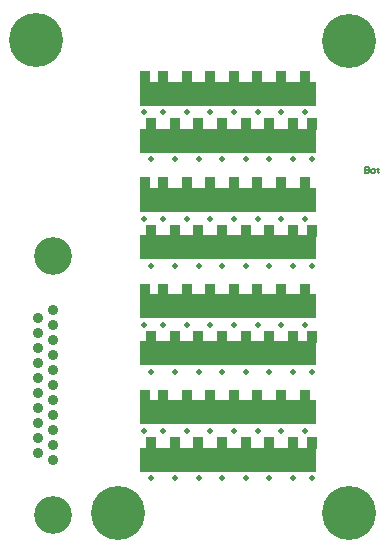
<source format=gbl>
G04 Layer_Physical_Order=4*
G04 Layer_Color=16711680*
%FSLAX25Y25*%
%MOIN*%
G70*
G01*
G75*
%ADD10R,0.59055X0.07874*%
%ADD11C,0.00500*%
%ADD12R,0.03300X0.04141*%
%ADD13C,0.18000*%
%ADD14C,0.03500*%
%ADD15C,0.12598*%
%ADD16C,0.02000*%
D10*
X570766Y283800D02*
D03*
Y268052D02*
D03*
Y248367D02*
D03*
Y232619D02*
D03*
Y212934D02*
D03*
Y197186D02*
D03*
Y177501D02*
D03*
Y161753D02*
D03*
D11*
X616400Y259199D02*
Y257200D01*
X617400D01*
X617733Y257533D01*
Y257866D01*
X617400Y258200D01*
X616400D01*
X617400D01*
X617733Y258533D01*
Y258866D01*
X617400Y259199D01*
X616400D01*
X618733Y257200D02*
X619399D01*
X619732Y257533D01*
Y258200D01*
X619399Y258533D01*
X618733D01*
X618399Y258200D01*
Y257533D01*
X618733Y257200D01*
X620732Y258866D02*
Y258533D01*
X620399D01*
X621065D01*
X620732D01*
Y257533D01*
X621065Y257200D01*
D12*
X598584Y273574D02*
D03*
Y238141D02*
D03*
Y202708D02*
D03*
Y167275D02*
D03*
X542930Y183023D02*
D03*
Y218456D02*
D03*
Y253889D02*
D03*
Y289322D02*
D03*
X545134Y273572D02*
D03*
X553008D02*
D03*
X560882D02*
D03*
X568756D02*
D03*
X576630D02*
D03*
X584504D02*
D03*
X592378D02*
D03*
X596315Y289320D02*
D03*
X588441D02*
D03*
X580567D02*
D03*
X572693D02*
D03*
X564819D02*
D03*
X556945D02*
D03*
X549071D02*
D03*
X545134Y238139D02*
D03*
X553008D02*
D03*
X560882D02*
D03*
X568756D02*
D03*
X576630D02*
D03*
X584504D02*
D03*
X592378D02*
D03*
X596315Y253887D02*
D03*
X588441D02*
D03*
X580567D02*
D03*
X572693D02*
D03*
X564819D02*
D03*
X556945D02*
D03*
X549071D02*
D03*
X545134Y202706D02*
D03*
X553008D02*
D03*
X560882D02*
D03*
X568756D02*
D03*
X576630D02*
D03*
X584504D02*
D03*
X592378D02*
D03*
X596315Y218454D02*
D03*
X588441D02*
D03*
X580567D02*
D03*
X572693D02*
D03*
X564819D02*
D03*
X556945D02*
D03*
X549071D02*
D03*
Y183021D02*
D03*
X556945D02*
D03*
X564819D02*
D03*
X572693D02*
D03*
X580567D02*
D03*
X588441D02*
D03*
X596315D02*
D03*
X592378Y167273D02*
D03*
X584504D02*
D03*
X576630D02*
D03*
X568756D02*
D03*
X560882D02*
D03*
X553008D02*
D03*
X545134D02*
D03*
D13*
X534206Y144057D02*
D03*
X506830Y301565D02*
D03*
X611236Y144057D02*
D03*
Y301496D02*
D03*
D14*
X512299Y211553D02*
D03*
X507299Y164053D02*
D03*
Y169053D02*
D03*
Y174053D02*
D03*
Y179053D02*
D03*
Y184053D02*
D03*
Y189053D02*
D03*
Y194053D02*
D03*
Y199053D02*
D03*
Y204053D02*
D03*
Y209053D02*
D03*
X512299Y206553D02*
D03*
Y201553D02*
D03*
Y196553D02*
D03*
Y191553D02*
D03*
Y186553D02*
D03*
Y181553D02*
D03*
Y176553D02*
D03*
Y171553D02*
D03*
Y166553D02*
D03*
Y161553D02*
D03*
D15*
Y143303D02*
D03*
Y229803D02*
D03*
D16*
X545166Y274043D02*
D03*
X598552Y274045D02*
D03*
Y238612D02*
D03*
Y203179D02*
D03*
Y167746D02*
D03*
X542962Y183494D02*
D03*
Y218927D02*
D03*
Y254360D02*
D03*
Y289793D02*
D03*
X598621Y155545D02*
D03*
Y190978D02*
D03*
Y226411D02*
D03*
Y261844D02*
D03*
X542892Y171293D02*
D03*
Y206726D02*
D03*
Y242160D02*
D03*
Y277592D02*
D03*
X553040Y274043D02*
D03*
X560914D02*
D03*
X568788D02*
D03*
X576662D02*
D03*
X584536D02*
D03*
X592410D02*
D03*
Y203176D02*
D03*
X584536D02*
D03*
X576662D02*
D03*
X568788D02*
D03*
X560914D02*
D03*
X553040D02*
D03*
X545166D02*
D03*
X592410Y238609D02*
D03*
X584536D02*
D03*
X576662D02*
D03*
X568788D02*
D03*
X560914D02*
D03*
X553040D02*
D03*
X545166D02*
D03*
X592410Y167743D02*
D03*
X584536D02*
D03*
X576662D02*
D03*
X568788D02*
D03*
X560914D02*
D03*
X553040D02*
D03*
X545166D02*
D03*
X553040Y155543D02*
D03*
X560914D02*
D03*
X568788D02*
D03*
X576662D02*
D03*
X584536D02*
D03*
X592410D02*
D03*
X545166D02*
D03*
X553040Y261842D02*
D03*
X560914D02*
D03*
X568788D02*
D03*
X576662D02*
D03*
X584536D02*
D03*
X592410D02*
D03*
X545166D02*
D03*
X549103Y277590D02*
D03*
X596347Y289791D02*
D03*
X588473D02*
D03*
X580599D02*
D03*
X572725D02*
D03*
X564851D02*
D03*
X556977D02*
D03*
X549103D02*
D03*
X596347Y277590D02*
D03*
X588473D02*
D03*
X580599D02*
D03*
X572725D02*
D03*
X564851D02*
D03*
X556977D02*
D03*
X553040Y226409D02*
D03*
X560914D02*
D03*
X568788D02*
D03*
X576662D02*
D03*
X584536D02*
D03*
X592410D02*
D03*
X545166D02*
D03*
X549103Y242158D02*
D03*
X596347Y254358D02*
D03*
X588473D02*
D03*
X580599D02*
D03*
X572725D02*
D03*
X564851D02*
D03*
X556977D02*
D03*
X549103D02*
D03*
X596347Y242158D02*
D03*
X588473D02*
D03*
X580599D02*
D03*
X572725D02*
D03*
X564851D02*
D03*
X556977D02*
D03*
X553040Y190976D02*
D03*
X560914D02*
D03*
X568788D02*
D03*
X576662D02*
D03*
X584536D02*
D03*
X592410D02*
D03*
X545166D02*
D03*
X549103Y206724D02*
D03*
X596347Y218924D02*
D03*
X588473D02*
D03*
X580599D02*
D03*
X572725D02*
D03*
X564851D02*
D03*
X556977D02*
D03*
X549103D02*
D03*
X596347Y206724D02*
D03*
X588473D02*
D03*
X580599D02*
D03*
X572725D02*
D03*
X564851D02*
D03*
X556977D02*
D03*
Y171291D02*
D03*
X564851D02*
D03*
X572725D02*
D03*
X580599D02*
D03*
X588473D02*
D03*
X596347D02*
D03*
X549103Y183491D02*
D03*
X556977D02*
D03*
X564851D02*
D03*
X572725D02*
D03*
X580599D02*
D03*
X588473D02*
D03*
X596347D02*
D03*
X549103Y171291D02*
D03*
M02*

</source>
